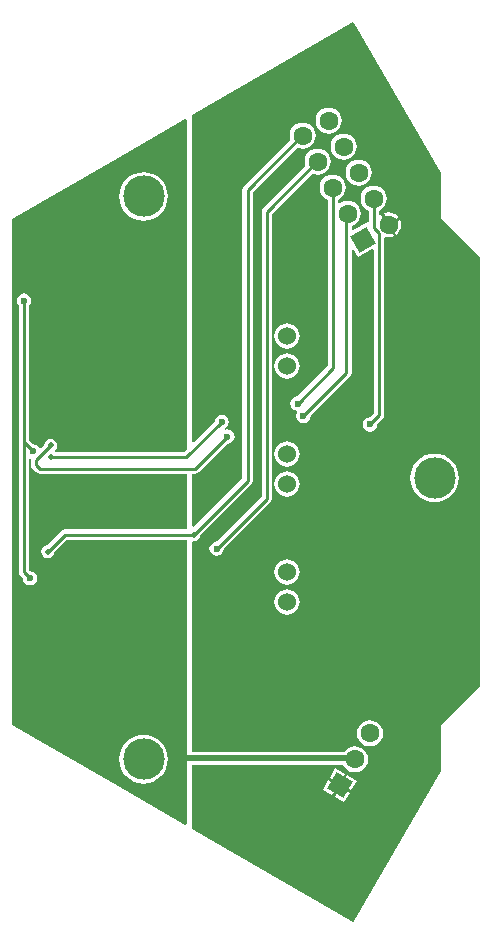
<source format=gbl>
G04*
G04 #@! TF.GenerationSoftware,Altium Limited,Altium Designer,18.1.9 (240)*
G04*
G04 Layer_Physical_Order=2*
G04 Layer_Color=16711680*
%FSLAX43Y43*%
%MOMM*%
G71*
G01*
G75*
%ADD26C,0.254*%
%ADD27C,0.250*%
%ADD28C,1.600*%
%ADD29P,2.263X4X165.0*%
%ADD30C,1.524*%
%ADD31P,2.263X4X105.0*%
%ADD32C,3.500*%
%ADD33C,0.600*%
%ADD34C,0.500*%
%ADD35C,0.500*%
G36*
X9000Y57308D02*
X9000Y54141D01*
Y29386D01*
X8800Y29185D01*
X-2112D01*
X-2138Y29203D01*
Y29330D01*
X-2103Y29353D01*
X-1982Y29535D01*
X-1939Y29750D01*
X-1982Y29965D01*
X-2103Y30147D01*
X-2285Y30268D01*
X-2500Y30311D01*
X-2715Y30268D01*
X-2897Y30147D01*
X-3018Y29965D01*
X-3047Y29819D01*
X-3326Y29539D01*
X-3485Y29560D01*
X-3567Y29683D01*
X-3766Y29815D01*
X-3999Y29861D01*
X-4342Y30204D01*
Y41551D01*
X-4317Y41567D01*
X-4185Y41766D01*
X-4138Y42000D01*
X-4185Y42234D01*
X-4317Y42433D01*
X-4516Y42565D01*
X-4750Y42612D01*
X-4984Y42565D01*
X-5183Y42433D01*
X-5315Y42234D01*
X-5362Y42000D01*
X-5315Y41766D01*
X-5208Y41606D01*
Y30025D01*
Y19025D01*
X-5175Y18859D01*
X-5081Y18719D01*
X-4861Y18499D01*
X-4815Y18266D01*
X-4683Y18067D01*
X-4484Y17935D01*
X-4250Y17888D01*
X-4016Y17935D01*
X-3817Y18067D01*
X-3685Y18266D01*
X-3638Y18500D01*
X-3685Y18734D01*
X-3817Y18933D01*
X-4016Y19065D01*
X-4249Y19111D01*
X-4342Y19204D01*
Y28559D01*
X-4215Y28622D01*
X-4152Y28577D01*
X-4162Y28523D01*
Y28082D01*
X-4129Y27915D01*
X-4035Y27774D01*
X-3726Y27465D01*
X-3585Y27371D01*
X-3418Y27338D01*
X9000D01*
Y22635D01*
X-1300D01*
X-1467Y22602D01*
X-1608Y22508D01*
X-2819Y21297D01*
X-2965Y21268D01*
X-3147Y21147D01*
X-3268Y20965D01*
X-3311Y20750D01*
X-3268Y20535D01*
X-3147Y20353D01*
X-2965Y20232D01*
X-2750Y20189D01*
X-2535Y20232D01*
X-2353Y20353D01*
X-2232Y20535D01*
X-2203Y20681D01*
X-1120Y21765D01*
X9000D01*
Y141D01*
X9000Y-2308D01*
X8890Y-2372D01*
X2758Y1169D01*
X2758Y1169D01*
X-5805Y6113D01*
X-5805Y48887D01*
X2758Y53831D01*
X8890Y57371D01*
X9000Y57308D01*
D02*
G37*
G36*
X23202Y65531D02*
X30555Y52792D01*
Y49061D01*
X30575Y48962D01*
X30631Y48878D01*
X33805Y45704D01*
Y16000D01*
X33805Y9296D01*
X30631Y6122D01*
X30603Y6081D01*
X30575Y6038D01*
X30575Y6038D01*
X30575Y6038D01*
X30565Y5989D01*
X30555Y5939D01*
X30554Y2204D01*
X23202Y-10531D01*
X23079Y-10564D01*
X9500Y-2724D01*
Y2689D01*
X22262Y2689D01*
X22289Y2623D01*
X22465Y2393D01*
X22695Y2217D01*
X22963Y2106D01*
X23250Y2069D01*
X23537Y2106D01*
X23805Y2217D01*
X24035Y2393D01*
X24211Y2623D01*
X24322Y2891D01*
X24359Y3178D01*
X24322Y3465D01*
X24211Y3733D01*
X24035Y3963D01*
X23805Y4139D01*
X23537Y4250D01*
X23250Y4287D01*
X22963Y4250D01*
X22695Y4139D01*
X22465Y3963D01*
X22349Y3811D01*
X9500Y3811D01*
Y21559D01*
X9598Y21640D01*
X9600Y21639D01*
X9815Y21682D01*
X9997Y21803D01*
X10118Y21985D01*
X10147Y22131D01*
X14478Y26462D01*
X14573Y26604D01*
X14606Y26770D01*
Y51203D01*
X18368Y54966D01*
X18544Y54893D01*
X18831Y54855D01*
X19118Y54893D01*
X19386Y55004D01*
X19616Y55180D01*
X19792Y55410D01*
X19903Y55677D01*
X19941Y55964D01*
X19903Y56252D01*
X19792Y56519D01*
X19616Y56749D01*
X19386Y56925D01*
X19118Y57036D01*
X18831Y57074D01*
X18544Y57036D01*
X18277Y56925D01*
X18047Y56749D01*
X17870Y56519D01*
X17760Y56252D01*
X17722Y55964D01*
X17760Y55677D01*
X17786Y55615D01*
X13862Y51692D01*
X13768Y51550D01*
X13735Y51384D01*
Y26951D01*
X9627Y22843D01*
X9500Y22895D01*
Y27338D01*
X9644D01*
X9680Y27345D01*
X9715Y27338D01*
X9882Y27371D01*
X10023Y27465D01*
X12447Y29889D01*
X12449Y29888D01*
X12683Y29935D01*
X12882Y30067D01*
X13014Y30266D01*
X13061Y30500D01*
X13014Y30734D01*
X12882Y30933D01*
X12683Y31065D01*
X12449Y31112D01*
X12260Y31074D01*
X12214Y31185D01*
X12413Y31317D01*
X12545Y31516D01*
X12592Y31750D01*
X12545Y31984D01*
X12413Y32183D01*
X12214Y32315D01*
X11980Y32362D01*
X11746Y32315D01*
X11547Y32183D01*
X11415Y31984D01*
X11369Y31755D01*
X9617Y30003D01*
X9500Y30052D01*
Y57724D01*
X23079Y65564D01*
X23202Y65531D01*
D02*
G37*
%LPC*%
G36*
X5356Y52882D02*
X4954Y52842D01*
X4568Y52725D01*
X4212Y52535D01*
X3899Y52279D01*
X3643Y51966D01*
X3453Y51610D01*
X3336Y51224D01*
X3296Y50822D01*
X3336Y50420D01*
X3453Y50034D01*
X3643Y49678D01*
X3899Y49365D01*
X4212Y49109D01*
X4568Y48919D01*
X4954Y48802D01*
X5356Y48762D01*
X5758Y48802D01*
X6144Y48919D01*
X6500Y49109D01*
X6813Y49365D01*
X7069Y49678D01*
X7259Y50034D01*
X7376Y50420D01*
X7416Y50822D01*
X7376Y51224D01*
X7259Y51610D01*
X7069Y51966D01*
X6813Y52279D01*
X6500Y52535D01*
X6144Y52725D01*
X5758Y52842D01*
X5356Y52882D01*
D02*
G37*
G36*
Y5238D02*
X4954Y5198D01*
X4568Y5081D01*
X4212Y4891D01*
X3899Y4635D01*
X3643Y4322D01*
X3453Y3966D01*
X3336Y3580D01*
X3296Y3178D01*
X3336Y2776D01*
X3453Y2390D01*
X3643Y2034D01*
X3899Y1721D01*
X4212Y1465D01*
X4568Y1275D01*
X4954Y1158D01*
X5356Y1118D01*
X5758Y1158D01*
X6144Y1275D01*
X6500Y1465D01*
X6813Y1721D01*
X7069Y2034D01*
X7259Y2390D01*
X7376Y2776D01*
X7416Y3178D01*
X7376Y3580D01*
X7259Y3966D01*
X7069Y4322D01*
X6813Y4635D01*
X6500Y4891D01*
X6144Y5081D01*
X5758Y5198D01*
X5356Y5238D01*
D02*
G37*
G36*
X21031Y58344D02*
X20744Y58306D01*
X20476Y58195D01*
X20246Y58019D01*
X20070Y57789D01*
X19959Y57522D01*
X19922Y57234D01*
X19959Y56947D01*
X20070Y56680D01*
X20246Y56450D01*
X20476Y56274D01*
X20744Y56163D01*
X21031Y56125D01*
X21318Y56163D01*
X21586Y56274D01*
X21816Y56450D01*
X21992Y56680D01*
X22103Y56947D01*
X22140Y57234D01*
X22103Y57522D01*
X21992Y57789D01*
X21816Y58019D01*
X21586Y58195D01*
X21318Y58306D01*
X21031Y58344D01*
D02*
G37*
G36*
X22301Y56144D02*
X22014Y56106D01*
X21746Y55996D01*
X21516Y55819D01*
X21340Y55589D01*
X21229Y55322D01*
X21192Y55035D01*
X21229Y54748D01*
X21340Y54480D01*
X21516Y54250D01*
X21746Y54074D01*
X22014Y53963D01*
X22301Y53925D01*
X22588Y53963D01*
X22856Y54074D01*
X23086Y54250D01*
X23262Y54480D01*
X23373Y54748D01*
X23410Y55035D01*
X23373Y55322D01*
X23262Y55589D01*
X23086Y55819D01*
X22856Y55996D01*
X22588Y56106D01*
X22301Y56144D01*
D02*
G37*
G36*
X20101Y54874D02*
X19814Y54836D01*
X19547Y54726D01*
X19317Y54549D01*
X19140Y54319D01*
X19030Y54052D01*
X18992Y53765D01*
X19030Y53478D01*
X19056Y53415D01*
X15481Y49840D01*
X15386Y49699D01*
X15353Y49532D01*
Y25422D01*
X11542Y21611D01*
X11313Y21565D01*
X11115Y21433D01*
X10982Y21234D01*
X10936Y21000D01*
X10982Y20766D01*
X11115Y20567D01*
X11313Y20435D01*
X11547Y20388D01*
X11782Y20435D01*
X11980Y20567D01*
X12113Y20766D01*
X12158Y20995D01*
X16096Y24933D01*
X16191Y25075D01*
X16224Y25241D01*
Y49352D01*
X19638Y52766D01*
X19814Y52693D01*
X20101Y52655D01*
X20388Y52693D01*
X20656Y52804D01*
X20886Y52980D01*
X21062Y53210D01*
X21173Y53478D01*
X21211Y53765D01*
X21173Y54052D01*
X21062Y54319D01*
X20886Y54549D01*
X20656Y54726D01*
X20388Y54836D01*
X20101Y54874D01*
D02*
G37*
G36*
X23571Y53944D02*
X23284Y53907D01*
X23016Y53796D01*
X22786Y53620D01*
X22610Y53390D01*
X22499Y53122D01*
X22462Y52835D01*
X22499Y52548D01*
X22610Y52280D01*
X22786Y52050D01*
X23016Y51874D01*
X23284Y51763D01*
X23571Y51726D01*
X23858Y51763D01*
X24126Y51874D01*
X24356Y52050D01*
X24532Y52280D01*
X24643Y52548D01*
X24681Y52835D01*
X24643Y53122D01*
X24532Y53390D01*
X24356Y53620D01*
X24126Y53796D01*
X23858Y53907D01*
X23571Y53944D01*
D02*
G37*
G36*
X26111Y49495D02*
X25837Y49459D01*
X25698Y49401D01*
X26157Y48606D01*
X26951Y49065D01*
X26860Y49184D01*
X26641Y49353D01*
X26385Y49459D01*
X26111Y49495D01*
D02*
G37*
G36*
X27076Y48849D02*
X26282Y48390D01*
X26741Y47595D01*
X26860Y47687D01*
X27028Y47906D01*
X27134Y48161D01*
X27170Y48436D01*
X27134Y48710D01*
X27076Y48849D01*
D02*
G37*
G36*
X21371Y52674D02*
X21084Y52637D01*
X20817Y52526D01*
X20587Y52350D01*
X20410Y52120D01*
X20300Y51852D01*
X20262Y51565D01*
X20300Y51278D01*
X20410Y51010D01*
X20587Y50780D01*
X20817Y50604D01*
X20956Y50546D01*
Y36457D01*
X18391Y33892D01*
X18162Y33846D01*
X17964Y33714D01*
X17831Y33515D01*
X17785Y33281D01*
X17831Y33047D01*
X17964Y32849D01*
X18162Y32716D01*
X18311Y32686D01*
X18370Y32545D01*
X18329Y32484D01*
X18282Y32250D01*
X18329Y32016D01*
X18461Y31817D01*
X18660Y31685D01*
X18894Y31638D01*
X19128Y31685D01*
X19326Y31817D01*
X19459Y32016D01*
X19505Y32245D01*
X22849Y35590D01*
X22944Y35731D01*
X22977Y35898D01*
Y46339D01*
X23100Y46372D01*
X23509Y45663D01*
X24736Y46371D01*
X24846Y46308D01*
Y32461D01*
X24515Y32131D01*
X24286Y32085D01*
X24087Y31953D01*
X23955Y31754D01*
X23908Y31520D01*
X23955Y31286D01*
X24087Y31087D01*
X24286Y30955D01*
X24520Y30908D01*
X24754Y30955D01*
X24953Y31087D01*
X25085Y31286D01*
X25131Y31515D01*
X25589Y31973D01*
X25683Y32115D01*
X25716Y32281D01*
Y47348D01*
X25810Y47411D01*
X25843Y47412D01*
X26111Y47377D01*
X26385Y47413D01*
X26524Y47470D01*
X26003Y48373D01*
X25481Y49276D01*
X25403Y49216D01*
X25276Y49271D01*
Y49625D01*
X25396Y49674D01*
X25626Y49851D01*
X25802Y50081D01*
X25913Y50348D01*
X25951Y50635D01*
X25913Y50922D01*
X25802Y51190D01*
X25626Y51420D01*
X25396Y51596D01*
X25128Y51707D01*
X24841Y51745D01*
X24554Y51707D01*
X24286Y51596D01*
X24056Y51420D01*
X23880Y51190D01*
X23769Y50922D01*
X23732Y50635D01*
X23769Y50348D01*
X23880Y50081D01*
X24056Y49851D01*
X24286Y49674D01*
X24406Y49625D01*
Y48693D01*
X24314Y48668D01*
X24204Y48605D01*
X23087Y47960D01*
X22977Y48023D01*
Y48314D01*
X23196Y48404D01*
X23426Y48581D01*
X23602Y48811D01*
X23713Y49078D01*
X23751Y49365D01*
X23713Y49652D01*
X23602Y49920D01*
X23426Y50150D01*
X23196Y50326D01*
X22928Y50437D01*
X22641Y50475D01*
X22354Y50437D01*
X22087Y50326D01*
X21954Y50224D01*
X21827Y50287D01*
Y50563D01*
X21926Y50604D01*
X22156Y50780D01*
X22332Y51010D01*
X22443Y51278D01*
X22481Y51565D01*
X22443Y51852D01*
X22332Y52120D01*
X22156Y52350D01*
X21926Y52526D01*
X21658Y52637D01*
X21371Y52674D01*
D02*
G37*
G36*
X17500Y40091D02*
X17223Y40055D01*
X16964Y39948D01*
X16743Y39777D01*
X16572Y39556D01*
X16465Y39297D01*
X16429Y39020D01*
X16465Y38743D01*
X16572Y38484D01*
X16743Y38263D01*
X16964Y38092D01*
X17223Y37985D01*
X17500Y37949D01*
X17777Y37985D01*
X18036Y38092D01*
X18257Y38263D01*
X18428Y38484D01*
X18535Y38743D01*
X18571Y39020D01*
X18535Y39297D01*
X18428Y39556D01*
X18257Y39777D01*
X18036Y39948D01*
X17777Y40055D01*
X17500Y40091D01*
D02*
G37*
G36*
Y37551D02*
X17223Y37515D01*
X16964Y37408D01*
X16743Y37237D01*
X16572Y37016D01*
X16465Y36757D01*
X16429Y36480D01*
X16465Y36203D01*
X16572Y35944D01*
X16743Y35723D01*
X16964Y35552D01*
X17223Y35445D01*
X17500Y35409D01*
X17777Y35445D01*
X18036Y35552D01*
X18257Y35723D01*
X18428Y35944D01*
X18535Y36203D01*
X18571Y36480D01*
X18535Y36757D01*
X18428Y37016D01*
X18257Y37237D01*
X18036Y37408D01*
X17777Y37515D01*
X17500Y37551D01*
D02*
G37*
G36*
Y30091D02*
X17223Y30055D01*
X16964Y29948D01*
X16743Y29777D01*
X16572Y29556D01*
X16465Y29297D01*
X16429Y29020D01*
X16465Y28743D01*
X16572Y28484D01*
X16743Y28263D01*
X16964Y28092D01*
X17223Y27985D01*
X17500Y27949D01*
X17777Y27985D01*
X18036Y28092D01*
X18257Y28263D01*
X18428Y28484D01*
X18535Y28743D01*
X18571Y29020D01*
X18535Y29297D01*
X18428Y29556D01*
X18257Y29777D01*
X18036Y29948D01*
X17777Y30055D01*
X17500Y30091D01*
D02*
G37*
G36*
Y27551D02*
X17223Y27515D01*
X16964Y27408D01*
X16743Y27237D01*
X16572Y27016D01*
X16465Y26757D01*
X16429Y26480D01*
X16465Y26203D01*
X16572Y25944D01*
X16743Y25723D01*
X16964Y25552D01*
X17223Y25445D01*
X17500Y25409D01*
X17777Y25445D01*
X18036Y25552D01*
X18257Y25723D01*
X18428Y25944D01*
X18535Y26203D01*
X18571Y26480D01*
X18535Y26757D01*
X18428Y27016D01*
X18257Y27237D01*
X18036Y27408D01*
X17777Y27515D01*
X17500Y27551D01*
D02*
G37*
G36*
X30000Y29060D02*
X29598Y29020D01*
X29212Y28903D01*
X28856Y28713D01*
X28543Y28457D01*
X28287Y28144D01*
X28097Y27788D01*
X27980Y27402D01*
X27940Y27000D01*
X27980Y26598D01*
X28097Y26212D01*
X28287Y25856D01*
X28543Y25543D01*
X28856Y25287D01*
X29212Y25097D01*
X29598Y24980D01*
X30000Y24940D01*
X30402Y24980D01*
X30788Y25097D01*
X31144Y25287D01*
X31457Y25543D01*
X31713Y25856D01*
X31903Y26212D01*
X32020Y26598D01*
X32060Y27000D01*
X32020Y27402D01*
X31903Y27788D01*
X31713Y28144D01*
X31457Y28457D01*
X31144Y28713D01*
X30788Y28903D01*
X30402Y29020D01*
X30000Y29060D01*
D02*
G37*
G36*
X17500Y20091D02*
X17223Y20055D01*
X16964Y19948D01*
X16743Y19777D01*
X16572Y19556D01*
X16465Y19297D01*
X16429Y19020D01*
X16465Y18743D01*
X16572Y18484D01*
X16743Y18263D01*
X16964Y18092D01*
X17223Y17985D01*
X17500Y17949D01*
X17777Y17985D01*
X18036Y18092D01*
X18257Y18263D01*
X18428Y18484D01*
X18535Y18743D01*
X18571Y19020D01*
X18535Y19297D01*
X18428Y19556D01*
X18257Y19777D01*
X18036Y19948D01*
X17777Y20055D01*
X17500Y20091D01*
D02*
G37*
G36*
Y17551D02*
X17223Y17515D01*
X16964Y17408D01*
X16743Y17237D01*
X16572Y17016D01*
X16465Y16757D01*
X16429Y16480D01*
X16465Y16203D01*
X16572Y15944D01*
X16743Y15723D01*
X16964Y15552D01*
X17223Y15445D01*
X17500Y15409D01*
X17777Y15445D01*
X18036Y15552D01*
X18257Y15723D01*
X18428Y15944D01*
X18535Y16203D01*
X18571Y16480D01*
X18535Y16757D01*
X18428Y17016D01*
X18257Y17237D01*
X18036Y17408D01*
X17777Y17515D01*
X17500Y17551D01*
D02*
G37*
G36*
X24520Y6487D02*
X24233Y6449D01*
X23965Y6339D01*
X23735Y6162D01*
X23559Y5932D01*
X23448Y5665D01*
X23411Y5378D01*
X23448Y5091D01*
X23559Y4823D01*
X23735Y4593D01*
X23965Y4417D01*
X24233Y4306D01*
X24520Y4268D01*
X24807Y4306D01*
X25075Y4417D01*
X25305Y4593D01*
X25481Y4823D01*
X25592Y5091D01*
X25629Y5378D01*
X25592Y5665D01*
X25481Y5932D01*
X25305Y6162D01*
X25075Y6339D01*
X24807Y6449D01*
X24520Y6487D01*
D02*
G37*
G36*
X21596Y2413D02*
X21133Y1612D01*
X21934Y1149D01*
X22397Y1950D01*
X21596Y2413D01*
D02*
G37*
G36*
X22613Y1825D02*
X22151Y1024D01*
X22952Y562D01*
X23414Y1363D01*
X22613Y1825D01*
D02*
G37*
G36*
X21008Y1395D02*
X20546Y594D01*
X21347Y131D01*
X21809Y933D01*
X21008Y1395D01*
D02*
G37*
G36*
X22026Y808D02*
X21563Y6D01*
X22364Y-456D01*
X22827Y345D01*
X22026Y808D01*
D02*
G37*
%LPD*%
D26*
X24841Y48182D02*
Y50635D01*
Y48182D02*
X25281Y47742D01*
Y32281D02*
Y47742D01*
X24520Y31520D02*
X25281Y32281D01*
X22541Y49346D02*
X22761Y49565D01*
X22541Y35898D02*
Y49346D01*
X18894Y32250D02*
X22541Y35898D01*
X11547Y21000D02*
X15789Y25241D01*
X9600Y22200D02*
X14170Y26770D01*
X-2450Y28750D02*
X8980D01*
X11980Y31750D01*
X12442Y30500D02*
X12449D01*
X9715Y27773D02*
X12442Y30500D01*
X18396Y33281D02*
X21391Y36276D01*
X15789Y49532D02*
X20221Y53965D01*
X15789Y25241D02*
Y49532D01*
X21391Y51665D02*
X21491Y51765D01*
X21391Y36276D02*
Y51665D01*
X14170Y26770D02*
Y51384D01*
X18951Y56165D01*
X-3727Y28523D02*
X-2500Y29750D01*
X-2750Y20750D02*
X-1300Y22200D01*
X9600D01*
X-3727Y28082D02*
Y28523D01*
Y28082D02*
X-3418Y27773D01*
X9644D01*
D27*
X-4775Y19025D02*
X-4250Y18500D01*
X-4775Y41975D02*
X-4750Y42000D01*
X-4775Y30025D02*
X-4000Y29250D01*
X-4775Y30025D02*
Y41975D01*
Y19025D02*
Y30025D01*
D28*
X18831Y55964D02*
D03*
X20101Y53765D02*
D03*
X21371Y51565D02*
D03*
X22641Y49365D02*
D03*
X26111Y48436D02*
D03*
X24841Y50635D02*
D03*
X23571Y52835D02*
D03*
X22301Y55035D02*
D03*
X21031Y57234D02*
D03*
X23250Y3178D02*
D03*
X24520Y5378D02*
D03*
D29*
X23911Y47166D02*
D03*
D30*
X17500Y19020D02*
D03*
Y16480D02*
D03*
Y29020D02*
D03*
Y26480D02*
D03*
Y39020D02*
D03*
Y36480D02*
D03*
D31*
X21980Y978D02*
D03*
D32*
X5356Y3178D02*
D03*
Y50822D02*
D03*
X30000Y27000D02*
D03*
D33*
X32600Y46100D02*
D03*
Y42100D02*
D03*
Y38100D02*
D03*
Y34100D02*
D03*
Y30100D02*
D03*
Y26100D02*
D03*
Y22100D02*
D03*
Y18100D02*
D03*
Y14100D02*
D03*
Y10100D02*
D03*
X30600Y46100D02*
D03*
X31600Y44100D02*
D03*
X30600Y42100D02*
D03*
X31600Y40100D02*
D03*
X30600Y38100D02*
D03*
X31600Y36100D02*
D03*
X30600Y34100D02*
D03*
X31600Y32100D02*
D03*
X30600Y30100D02*
D03*
X31600Y24100D02*
D03*
X30600Y22100D02*
D03*
X31600Y20100D02*
D03*
X30600Y18100D02*
D03*
X31600Y16100D02*
D03*
X30600Y14100D02*
D03*
X31600Y12100D02*
D03*
X30600Y10100D02*
D03*
X31600Y8100D02*
D03*
X28600Y54100D02*
D03*
X29600Y52100D02*
D03*
X28600Y50100D02*
D03*
X29600Y48100D02*
D03*
X28600Y46100D02*
D03*
X29600Y44100D02*
D03*
X28600Y42100D02*
D03*
X29600Y40100D02*
D03*
X28600Y38100D02*
D03*
X29600Y36100D02*
D03*
X28600Y34100D02*
D03*
X29600Y32100D02*
D03*
X28600Y30100D02*
D03*
X29600Y24100D02*
D03*
X28600Y22100D02*
D03*
X29600Y20100D02*
D03*
X28600Y18100D02*
D03*
X29600Y16100D02*
D03*
X28600Y14100D02*
D03*
X29600Y12100D02*
D03*
X28600Y10100D02*
D03*
X29600Y8100D02*
D03*
X28600Y6100D02*
D03*
X29600Y4100D02*
D03*
X28600Y2100D02*
D03*
X26600Y58100D02*
D03*
X27600Y56100D02*
D03*
X26600Y54100D02*
D03*
X27600Y52100D02*
D03*
X26600Y50100D02*
D03*
X27600Y48100D02*
D03*
X26600Y46100D02*
D03*
X27600Y44100D02*
D03*
X26600Y42100D02*
D03*
X27600Y40100D02*
D03*
X26600Y38100D02*
D03*
X27600Y36100D02*
D03*
X26600Y34100D02*
D03*
X27600Y32100D02*
D03*
X26600Y30100D02*
D03*
X27600Y28100D02*
D03*
X26600Y26100D02*
D03*
X27600Y24100D02*
D03*
X26600Y22100D02*
D03*
X27600Y20100D02*
D03*
X26600Y18100D02*
D03*
X27600Y16100D02*
D03*
X26600Y14100D02*
D03*
X27600Y12100D02*
D03*
X26600Y10100D02*
D03*
X27600Y8100D02*
D03*
X26600Y6100D02*
D03*
X27600Y4100D02*
D03*
X26600Y2100D02*
D03*
X27600Y100D02*
D03*
X26600Y-1900D02*
D03*
X24600Y62100D02*
D03*
X25600Y60100D02*
D03*
X24600Y58100D02*
D03*
X25600Y56100D02*
D03*
X24600Y54100D02*
D03*
X25600Y52100D02*
D03*
Y28100D02*
D03*
Y24100D02*
D03*
Y20100D02*
D03*
Y16100D02*
D03*
Y12100D02*
D03*
Y8100D02*
D03*
Y4100D02*
D03*
X24600Y2100D02*
D03*
X25600Y100D02*
D03*
X24600Y-1900D02*
D03*
X25600Y-3900D02*
D03*
X24600Y-5900D02*
D03*
X23600Y64100D02*
D03*
X22600Y62100D02*
D03*
X23600Y60100D02*
D03*
Y44100D02*
D03*
Y40100D02*
D03*
Y36100D02*
D03*
X22600Y34100D02*
D03*
X23600Y32100D02*
D03*
X22600Y30100D02*
D03*
X23600Y28100D02*
D03*
X22600Y26100D02*
D03*
X23600Y24100D02*
D03*
X22600Y22100D02*
D03*
X23600Y20100D02*
D03*
X22600Y18100D02*
D03*
X23600Y16100D02*
D03*
X22600Y14100D02*
D03*
X23600Y12100D02*
D03*
X22600Y10100D02*
D03*
X23600Y8100D02*
D03*
X22600Y6100D02*
D03*
X23600Y100D02*
D03*
X22600Y-1900D02*
D03*
X23600Y-3900D02*
D03*
X22600Y-5900D02*
D03*
X23600Y-7900D02*
D03*
X22600Y-9900D02*
D03*
X21600Y64100D02*
D03*
X20600Y62100D02*
D03*
X21600Y60100D02*
D03*
X20600Y50100D02*
D03*
Y46100D02*
D03*
Y42100D02*
D03*
Y38100D02*
D03*
X21600Y32100D02*
D03*
X20600Y30100D02*
D03*
X21600Y28100D02*
D03*
X20600Y26100D02*
D03*
X21600Y24100D02*
D03*
X20600Y22100D02*
D03*
X21600Y20100D02*
D03*
X20600Y18100D02*
D03*
X21600Y16100D02*
D03*
X20600Y14100D02*
D03*
X21600Y12100D02*
D03*
X20600Y10100D02*
D03*
X21600Y8100D02*
D03*
X20600Y6100D02*
D03*
Y2100D02*
D03*
Y-1900D02*
D03*
X21600Y-3900D02*
D03*
X20600Y-5900D02*
D03*
X21600Y-7900D02*
D03*
X18600Y62100D02*
D03*
X19600Y60100D02*
D03*
Y48100D02*
D03*
X18600Y46100D02*
D03*
X19600Y44100D02*
D03*
X18600Y42100D02*
D03*
X19600Y40100D02*
D03*
X18600Y38100D02*
D03*
X19600Y36100D02*
D03*
X18600Y30100D02*
D03*
X19600Y28100D02*
D03*
Y24100D02*
D03*
X18600Y22100D02*
D03*
X19600Y20100D02*
D03*
X18600Y18100D02*
D03*
X19600Y16100D02*
D03*
X18600Y14100D02*
D03*
X19600Y12100D02*
D03*
X18600Y10100D02*
D03*
X19600Y8100D02*
D03*
X18600Y6100D02*
D03*
Y2100D02*
D03*
X19600Y100D02*
D03*
X18600Y-1900D02*
D03*
X19600Y-3900D02*
D03*
X18600Y-5900D02*
D03*
X19600Y-7900D02*
D03*
X17600Y60100D02*
D03*
Y48100D02*
D03*
X16600Y46100D02*
D03*
X17600Y44100D02*
D03*
X16600Y42100D02*
D03*
Y34100D02*
D03*
Y30100D02*
D03*
X17600Y24100D02*
D03*
X16600Y22100D02*
D03*
Y14100D02*
D03*
X17600Y12100D02*
D03*
X16600Y10100D02*
D03*
X17600Y8100D02*
D03*
X16600Y6100D02*
D03*
Y2100D02*
D03*
X17600Y100D02*
D03*
X16600Y-1900D02*
D03*
X17600Y-3900D02*
D03*
X16600Y-5900D02*
D03*
X15600Y60100D02*
D03*
X14600Y58100D02*
D03*
Y22100D02*
D03*
X15600Y20100D02*
D03*
X14600Y18100D02*
D03*
Y14100D02*
D03*
X15600Y12100D02*
D03*
X14600Y10100D02*
D03*
X15600Y8100D02*
D03*
X14600Y6100D02*
D03*
Y2100D02*
D03*
X15600Y100D02*
D03*
X14600Y-1900D02*
D03*
X15600Y-3900D02*
D03*
X12600Y58100D02*
D03*
X13600Y56100D02*
D03*
X12600Y42100D02*
D03*
Y34100D02*
D03*
X13600Y20100D02*
D03*
X12600Y14100D02*
D03*
X13600Y12100D02*
D03*
X12600Y10100D02*
D03*
X13600Y8100D02*
D03*
X12600Y6100D02*
D03*
Y2100D02*
D03*
X13600Y100D02*
D03*
X12600Y-1900D02*
D03*
X13600Y-3900D02*
D03*
X11600Y56100D02*
D03*
X10600Y54100D02*
D03*
X11600Y44100D02*
D03*
X10600Y42100D02*
D03*
X11600Y40100D02*
D03*
Y36100D02*
D03*
X10600Y34100D02*
D03*
Y26100D02*
D03*
Y22100D02*
D03*
X11600Y16100D02*
D03*
X10600Y14100D02*
D03*
X11600Y12100D02*
D03*
X10600Y10100D02*
D03*
X11600Y8100D02*
D03*
X10600Y6100D02*
D03*
Y2100D02*
D03*
X11600Y100D02*
D03*
X10600Y-1900D02*
D03*
X24520Y31520D02*
D03*
X11547Y21000D02*
D03*
X12449Y30500D02*
D03*
X11980Y31750D02*
D03*
X18396Y33281D02*
D03*
X18894Y32250D02*
D03*
X-4750Y42000D02*
D03*
X-4250Y18500D02*
D03*
X-4000Y29250D02*
D03*
D34*
X9600Y22200D02*
D03*
X-2750Y20750D02*
D03*
X-2500Y29750D02*
D03*
X-2450Y28750D02*
D03*
X2005Y16250D02*
D03*
Y26000D02*
D03*
X2000Y36000D02*
D03*
D35*
X8250Y3250D02*
X23063Y3250D01*
M02*

</source>
